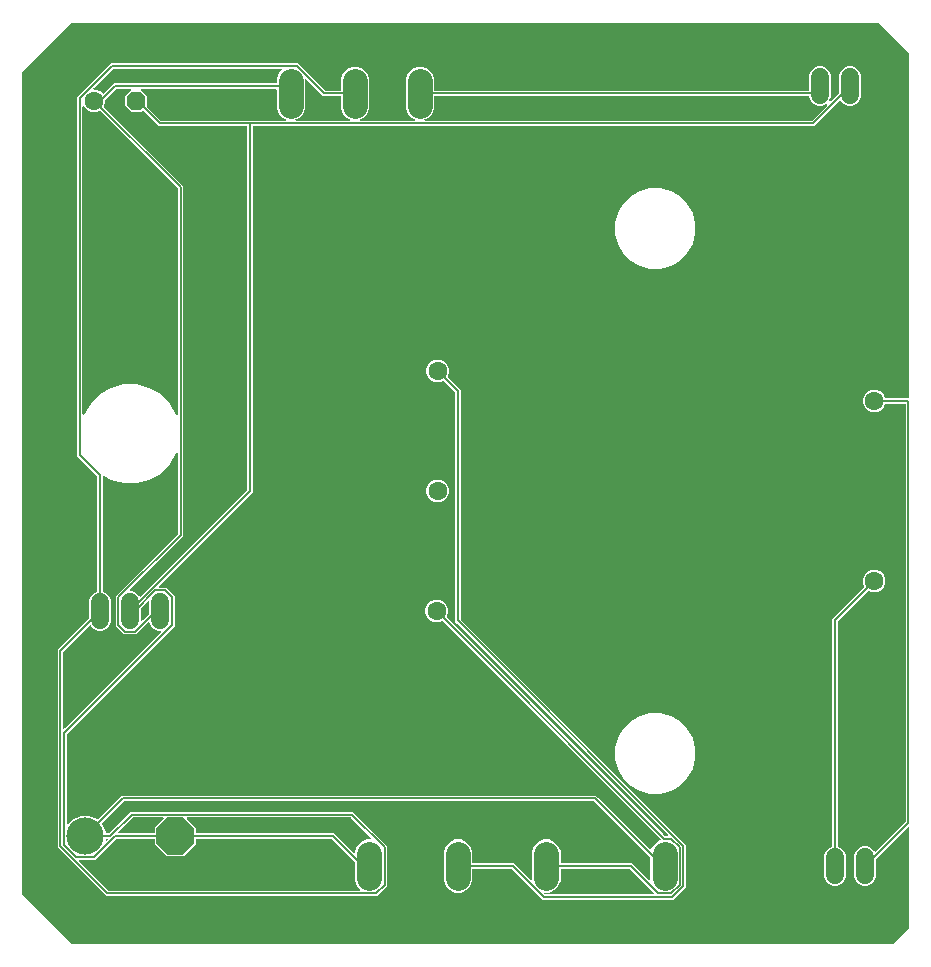
<source format=gbr>
G04 EAGLE Gerber RS-274X export*
G75*
%MOMM*%
%FSLAX34Y34*%
%LPD*%
%INBottom Copper*%
%IPPOS*%
%AMOC8*
5,1,8,0,0,1.08239X$1,22.5*%
G01*
%ADD10C,2.095500*%
%ADD11P,3.409096X8X22.500000*%
%ADD12C,3.149600*%
%ADD13P,1.732040X8X22.500000*%
%ADD14C,1.600200*%
%ADD15C,1.524000*%
%ADD16C,1.600000*%
%ADD17C,1.508000*%
%ADD18C,0.152400*%

G36*
X976212Y10175D02*
X976212Y10175D01*
X976303Y10183D01*
X976333Y10195D01*
X976365Y10200D01*
X976445Y10243D01*
X976529Y10279D01*
X976561Y10305D01*
X976582Y10316D01*
X976604Y10339D01*
X976660Y10384D01*
X989616Y23340D01*
X989660Y23401D01*
X989693Y23435D01*
X989699Y23448D01*
X989729Y23483D01*
X989741Y23513D01*
X989760Y23539D01*
X989787Y23626D01*
X989821Y23711D01*
X989825Y23752D01*
X989832Y23775D01*
X989831Y23807D01*
X989839Y23878D01*
X989839Y108468D01*
X989828Y108538D01*
X989826Y108610D01*
X989808Y108659D01*
X989800Y108710D01*
X989766Y108774D01*
X989741Y108841D01*
X989709Y108882D01*
X989684Y108928D01*
X989632Y108977D01*
X989588Y109033D01*
X989544Y109061D01*
X989506Y109097D01*
X989441Y109127D01*
X989381Y109166D01*
X989330Y109179D01*
X989283Y109201D01*
X989212Y109209D01*
X989142Y109226D01*
X989090Y109222D01*
X989039Y109228D01*
X988968Y109213D01*
X988897Y109207D01*
X988849Y109187D01*
X988798Y109176D01*
X988737Y109139D01*
X988671Y109111D01*
X988615Y109066D01*
X988587Y109049D01*
X988572Y109032D01*
X988540Y109006D01*
X961788Y82254D01*
X961746Y82195D01*
X961699Y82146D01*
X961691Y82129D01*
X961675Y82110D01*
X961663Y82080D01*
X961644Y82054D01*
X961620Y81976D01*
X961596Y81923D01*
X961594Y81909D01*
X961583Y81882D01*
X961579Y81841D01*
X961572Y81819D01*
X961573Y81787D01*
X961565Y81715D01*
X961565Y66857D01*
X960185Y63525D01*
X957635Y60975D01*
X954303Y59595D01*
X950697Y59595D01*
X947365Y60975D01*
X944815Y63525D01*
X943435Y66857D01*
X943435Y85543D01*
X944815Y88875D01*
X947365Y91425D01*
X950697Y92805D01*
X954303Y92805D01*
X957635Y91425D01*
X960185Y88875D01*
X960263Y88686D01*
X960287Y88647D01*
X960303Y88603D01*
X960352Y88543D01*
X960393Y88477D01*
X960428Y88447D01*
X960457Y88411D01*
X960522Y88369D01*
X960582Y88320D01*
X960625Y88303D01*
X960664Y88278D01*
X960739Y88259D01*
X960812Y88231D01*
X960858Y88230D01*
X960902Y88218D01*
X960980Y88224D01*
X961058Y88221D01*
X961102Y88234D01*
X961147Y88237D01*
X961219Y88268D01*
X961294Y88290D01*
X961332Y88316D01*
X961374Y88334D01*
X961481Y88419D01*
X961496Y88430D01*
X961499Y88434D01*
X961505Y88439D01*
X986568Y113502D01*
X986621Y113576D01*
X986681Y113646D01*
X986693Y113676D01*
X986712Y113702D01*
X986739Y113789D01*
X986773Y113874D01*
X986777Y113915D01*
X986784Y113937D01*
X986783Y113969D01*
X986791Y114041D01*
X986791Y466852D01*
X986788Y466872D01*
X986790Y466891D01*
X986768Y466993D01*
X986752Y467095D01*
X986742Y467112D01*
X986738Y467132D01*
X986685Y467221D01*
X986636Y467312D01*
X986622Y467326D01*
X986612Y467343D01*
X986533Y467410D01*
X986458Y467482D01*
X986440Y467490D01*
X986425Y467503D01*
X986329Y467542D01*
X986235Y467585D01*
X986215Y467587D01*
X986197Y467595D01*
X986030Y467613D01*
X970021Y467613D01*
X969906Y467594D01*
X969790Y467577D01*
X969784Y467575D01*
X969778Y467574D01*
X969676Y467519D01*
X969571Y467466D01*
X969566Y467461D01*
X969561Y467458D01*
X969481Y467374D01*
X969399Y467290D01*
X969395Y467284D01*
X969391Y467280D01*
X969384Y467263D01*
X969318Y467143D01*
X968225Y464505D01*
X965545Y461825D01*
X962045Y460375D01*
X958255Y460375D01*
X954755Y461825D01*
X952075Y464505D01*
X950625Y468005D01*
X950625Y471795D01*
X952075Y475295D01*
X954755Y477975D01*
X958255Y479425D01*
X962045Y479425D01*
X965545Y477975D01*
X968225Y475295D01*
X969318Y472657D01*
X969379Y472557D01*
X969439Y472457D01*
X969444Y472453D01*
X969447Y472448D01*
X969537Y472373D01*
X969626Y472297D01*
X969632Y472295D01*
X969637Y472291D01*
X969745Y472249D01*
X969854Y472205D01*
X969862Y472204D01*
X969866Y472203D01*
X969885Y472202D01*
X970021Y472187D01*
X989078Y472187D01*
X989098Y472190D01*
X989117Y472188D01*
X989219Y472210D01*
X989321Y472226D01*
X989338Y472236D01*
X989358Y472240D01*
X989447Y472293D01*
X989538Y472342D01*
X989552Y472356D01*
X989569Y472366D01*
X989636Y472445D01*
X989708Y472520D01*
X989716Y472538D01*
X989729Y472553D01*
X989768Y472649D01*
X989811Y472743D01*
X989813Y472763D01*
X989821Y472781D01*
X989839Y472948D01*
X989839Y763522D01*
X989825Y763612D01*
X989817Y763703D01*
X989805Y763733D01*
X989800Y763765D01*
X989757Y763845D01*
X989721Y763929D01*
X989695Y763961D01*
X989684Y763982D01*
X989661Y764004D01*
X989616Y764060D01*
X964060Y789616D01*
X963986Y789669D01*
X963917Y789729D01*
X963887Y789741D01*
X963861Y789760D01*
X963774Y789787D01*
X963689Y789821D01*
X963648Y789825D01*
X963625Y789832D01*
X963593Y789831D01*
X963522Y789839D01*
X281078Y789839D01*
X280988Y789825D01*
X280897Y789817D01*
X280867Y789805D01*
X280835Y789800D01*
X280755Y789757D01*
X280671Y789721D01*
X280639Y789695D01*
X280618Y789684D01*
X280596Y789661D01*
X280540Y789616D01*
X238984Y748060D01*
X238931Y747986D01*
X238871Y747917D01*
X238859Y747887D01*
X238840Y747861D01*
X238813Y747774D01*
X238779Y747689D01*
X238775Y747648D01*
X238768Y747625D01*
X238769Y747593D01*
X238761Y747522D01*
X238761Y52578D01*
X238775Y52488D01*
X238783Y52397D01*
X238795Y52367D01*
X238800Y52335D01*
X238843Y52255D01*
X238879Y52171D01*
X238905Y52139D01*
X238916Y52118D01*
X238939Y52096D01*
X238984Y52040D01*
X280640Y10384D01*
X280714Y10331D01*
X280783Y10271D01*
X280813Y10259D01*
X280839Y10240D01*
X280926Y10213D01*
X281011Y10179D01*
X281052Y10175D01*
X281075Y10168D01*
X281107Y10169D01*
X281178Y10161D01*
X976122Y10161D01*
X976212Y10175D01*
G37*
%LPC*%
G36*
X679438Y47624D02*
X679438Y47624D01*
X653372Y73690D01*
X653298Y73743D01*
X653228Y73803D01*
X653198Y73815D01*
X653172Y73834D01*
X653085Y73861D01*
X653000Y73895D01*
X652959Y73899D01*
X652937Y73906D01*
X652905Y73905D01*
X652834Y73913D01*
X620457Y73913D01*
X620438Y73910D01*
X620418Y73912D01*
X620317Y73890D01*
X620215Y73874D01*
X620197Y73864D01*
X620178Y73860D01*
X620089Y73807D01*
X619997Y73758D01*
X619984Y73744D01*
X619967Y73734D01*
X619899Y73655D01*
X619828Y73580D01*
X619820Y73562D01*
X619807Y73547D01*
X619768Y73451D01*
X619724Y73357D01*
X619722Y73337D01*
X619715Y73319D01*
X619696Y73152D01*
X619696Y63335D01*
X617869Y58924D01*
X614493Y55548D01*
X610081Y53720D01*
X605307Y53720D01*
X600895Y55548D01*
X597519Y58924D01*
X595692Y63335D01*
X595692Y89065D01*
X597519Y93476D01*
X600895Y96852D01*
X605307Y98680D01*
X610081Y98680D01*
X614493Y96852D01*
X617869Y93476D01*
X619696Y89065D01*
X619696Y79248D01*
X619699Y79228D01*
X619697Y79209D01*
X619719Y79107D01*
X619736Y79005D01*
X619745Y78988D01*
X619750Y78968D01*
X619803Y78879D01*
X619851Y78788D01*
X619865Y78774D01*
X619876Y78757D01*
X619954Y78690D01*
X620029Y78618D01*
X620047Y78610D01*
X620063Y78597D01*
X620159Y78558D01*
X620252Y78515D01*
X620272Y78513D01*
X620291Y78505D01*
X620457Y78487D01*
X655043Y78487D01*
X669322Y64208D01*
X669380Y64166D01*
X669432Y64117D01*
X669480Y64095D01*
X669522Y64064D01*
X669590Y64043D01*
X669656Y64013D01*
X669707Y64007D01*
X669757Y63992D01*
X669829Y63994D01*
X669900Y63986D01*
X669951Y63997D01*
X670003Y63998D01*
X670070Y64023D01*
X670140Y64038D01*
X670185Y64065D01*
X670234Y64083D01*
X670290Y64128D01*
X670351Y64164D01*
X670385Y64204D01*
X670426Y64236D01*
X670465Y64297D01*
X670511Y64351D01*
X670531Y64400D01*
X670559Y64443D01*
X670576Y64513D01*
X670603Y64579D01*
X670611Y64651D01*
X670619Y64682D01*
X670617Y64705D01*
X670622Y64746D01*
X670622Y89065D01*
X672449Y93476D01*
X675825Y96852D01*
X680237Y98680D01*
X685011Y98680D01*
X689423Y96852D01*
X692799Y93476D01*
X694626Y89065D01*
X694626Y79248D01*
X694629Y79228D01*
X694627Y79209D01*
X694649Y79107D01*
X694666Y79005D01*
X694675Y78988D01*
X694680Y78968D01*
X694733Y78879D01*
X694781Y78788D01*
X694795Y78774D01*
X694806Y78757D01*
X694884Y78690D01*
X694959Y78618D01*
X694977Y78610D01*
X694993Y78597D01*
X695089Y78558D01*
X695182Y78515D01*
X695202Y78513D01*
X695221Y78505D01*
X695387Y78487D01*
X755119Y78487D01*
X769398Y64208D01*
X769456Y64166D01*
X769508Y64117D01*
X769556Y64095D01*
X769598Y64064D01*
X769666Y64043D01*
X769732Y64013D01*
X769783Y64007D01*
X769833Y63992D01*
X769905Y63994D01*
X769976Y63986D01*
X770027Y63997D01*
X770079Y63998D01*
X770146Y64023D01*
X770216Y64038D01*
X770261Y64065D01*
X770310Y64083D01*
X770366Y64128D01*
X770427Y64164D01*
X770461Y64204D01*
X770502Y64236D01*
X770541Y64297D01*
X770587Y64351D01*
X770607Y64400D01*
X770635Y64443D01*
X770652Y64513D01*
X770679Y64579D01*
X770687Y64651D01*
X770695Y64682D01*
X770693Y64705D01*
X770698Y64746D01*
X770698Y83003D01*
X770683Y83093D01*
X770676Y83184D01*
X770663Y83214D01*
X770658Y83246D01*
X770615Y83326D01*
X770580Y83410D01*
X770554Y83442D01*
X770543Y83463D01*
X770520Y83485D01*
X770475Y83541D01*
X723176Y130840D01*
X723102Y130893D01*
X723032Y130953D01*
X723002Y130965D01*
X722976Y130984D01*
X722889Y131011D01*
X722804Y131045D01*
X722763Y131049D01*
X722741Y131056D01*
X722709Y131055D01*
X722637Y131063D01*
X325113Y131063D01*
X325022Y131049D01*
X324932Y131041D01*
X324902Y131029D01*
X324870Y131024D01*
X324789Y130981D01*
X324705Y130945D01*
X324673Y130919D01*
X324652Y130908D01*
X324630Y130885D01*
X324574Y130840D01*
X306469Y112735D01*
X306457Y112719D01*
X306442Y112706D01*
X306386Y112619D01*
X306325Y112535D01*
X306320Y112516D01*
X306309Y112499D01*
X306283Y112399D01*
X306253Y112300D01*
X306254Y112280D01*
X306249Y112261D01*
X306257Y112158D01*
X306259Y112054D01*
X306266Y112035D01*
X306268Y112016D01*
X306308Y111921D01*
X306344Y111823D01*
X306356Y111808D01*
X306364Y111789D01*
X306469Y111658D01*
X306743Y111384D01*
X309373Y105036D01*
X309373Y104648D01*
X309376Y104628D01*
X309374Y104609D01*
X309396Y104507D01*
X309412Y104405D01*
X309422Y104388D01*
X309426Y104368D01*
X309479Y104279D01*
X309528Y104188D01*
X309542Y104174D01*
X309552Y104157D01*
X309631Y104090D01*
X309706Y104018D01*
X309724Y104010D01*
X309739Y103997D01*
X309835Y103958D01*
X309929Y103915D01*
X309949Y103913D01*
X309967Y103905D01*
X310134Y103887D01*
X312031Y103887D01*
X312121Y103901D01*
X312212Y103909D01*
X312242Y103921D01*
X312274Y103926D01*
X312354Y103969D01*
X312438Y104005D01*
X312470Y104031D01*
X312491Y104042D01*
X312513Y104065D01*
X312569Y104110D01*
X330380Y121921D01*
X518805Y121921D01*
X547814Y92912D01*
X547814Y59488D01*
X538998Y50672D01*
X309979Y50672D01*
X268731Y91920D01*
X268731Y259265D01*
X295432Y285966D01*
X295476Y286027D01*
X295513Y286066D01*
X295520Y286081D01*
X295545Y286110D01*
X295557Y286140D01*
X295576Y286166D01*
X295603Y286253D01*
X295637Y286338D01*
X295641Y286379D01*
X295648Y286401D01*
X295647Y286433D01*
X295655Y286505D01*
X295655Y301539D01*
X297047Y304900D01*
X299620Y307473D01*
X302043Y308476D01*
X302143Y308538D01*
X302243Y308598D01*
X302247Y308603D01*
X302252Y308606D01*
X302327Y308696D01*
X302403Y308785D01*
X302405Y308791D01*
X302409Y308795D01*
X302451Y308903D01*
X302495Y309013D01*
X302496Y309020D01*
X302497Y309025D01*
X302498Y309043D01*
X302513Y309180D01*
X302513Y405750D01*
X302499Y405840D01*
X302491Y405931D01*
X302479Y405961D01*
X302474Y405993D01*
X302431Y406074D01*
X302395Y406157D01*
X302369Y406190D01*
X302358Y406210D01*
X302335Y406232D01*
X302290Y406288D01*
X285241Y423337D01*
X285241Y727203D01*
X313816Y755778D01*
X472324Y755778D01*
X495342Y732760D01*
X495416Y732707D01*
X495486Y732647D01*
X495516Y732635D01*
X495542Y732616D01*
X495629Y732589D01*
X495714Y732555D01*
X495755Y732551D01*
X495777Y732544D01*
X495809Y732545D01*
X495880Y732537D01*
X507937Y732537D01*
X507956Y732540D01*
X507976Y732538D01*
X508077Y732560D01*
X508179Y732576D01*
X508197Y732586D01*
X508216Y732590D01*
X508305Y732643D01*
X508397Y732692D01*
X508410Y732706D01*
X508427Y732716D01*
X508495Y732795D01*
X508566Y732870D01*
X508574Y732888D01*
X508587Y732903D01*
X508626Y732999D01*
X508670Y733093D01*
X508672Y733113D01*
X508679Y733131D01*
X508698Y733298D01*
X508698Y743115D01*
X510525Y747526D01*
X513901Y750902D01*
X518313Y752730D01*
X523087Y752730D01*
X527499Y750902D01*
X530875Y747526D01*
X532702Y743115D01*
X532702Y717385D01*
X530875Y712974D01*
X527499Y709598D01*
X525094Y708601D01*
X525011Y708550D01*
X524925Y708504D01*
X524907Y708486D01*
X524885Y708472D01*
X524822Y708396D01*
X524755Y708326D01*
X524744Y708302D01*
X524728Y708282D01*
X524693Y708191D01*
X524652Y708103D01*
X524649Y708077D01*
X524640Y708053D01*
X524635Y707955D01*
X524625Y707859D01*
X524630Y707833D01*
X524629Y707807D01*
X524656Y707713D01*
X524677Y707618D01*
X524690Y707596D01*
X524698Y707571D01*
X524753Y707491D01*
X524803Y707407D01*
X524823Y707390D01*
X524838Y707369D01*
X524916Y707310D01*
X524990Y707247D01*
X525014Y707237D01*
X525035Y707222D01*
X525128Y707192D01*
X525218Y707155D01*
X525251Y707152D01*
X525269Y707146D01*
X525302Y707146D01*
X525385Y707137D01*
X570625Y707137D01*
X570721Y707152D01*
X570818Y707162D01*
X570842Y707172D01*
X570868Y707176D01*
X570954Y707222D01*
X571043Y707262D01*
X571062Y707279D01*
X571085Y707292D01*
X571152Y707362D01*
X571224Y707428D01*
X571237Y707451D01*
X571255Y707470D01*
X571296Y707558D01*
X571343Y707644D01*
X571347Y707669D01*
X571358Y707693D01*
X571369Y707790D01*
X571386Y707886D01*
X571382Y707912D01*
X571385Y707937D01*
X571365Y708033D01*
X571350Y708129D01*
X571339Y708152D01*
X571333Y708178D01*
X571283Y708261D01*
X571239Y708348D01*
X571220Y708367D01*
X571207Y708389D01*
X571133Y708452D01*
X571063Y708520D01*
X571035Y708536D01*
X571020Y708549D01*
X570989Y708561D01*
X570916Y708601D01*
X568511Y709598D01*
X565135Y712974D01*
X563308Y717385D01*
X563308Y743115D01*
X565135Y747526D01*
X568511Y750902D01*
X572923Y752730D01*
X577697Y752730D01*
X582109Y750902D01*
X585485Y747526D01*
X587312Y743115D01*
X587312Y733298D01*
X587315Y733278D01*
X587313Y733259D01*
X587335Y733157D01*
X587352Y733055D01*
X587361Y733038D01*
X587366Y733018D01*
X587419Y732929D01*
X587467Y732838D01*
X587481Y732824D01*
X587492Y732807D01*
X587570Y732740D01*
X587645Y732668D01*
X587663Y732660D01*
X587679Y732647D01*
X587775Y732608D01*
X587868Y732565D01*
X587888Y732563D01*
X587907Y732555D01*
X588073Y732537D01*
X904574Y732537D01*
X904594Y732540D01*
X904613Y732538D01*
X904715Y732560D01*
X904817Y732576D01*
X904834Y732586D01*
X904854Y732590D01*
X904943Y732643D01*
X905034Y732692D01*
X905048Y732706D01*
X905065Y732716D01*
X905132Y732795D01*
X905204Y732870D01*
X905212Y732888D01*
X905225Y732903D01*
X905264Y732999D01*
X905307Y733093D01*
X905309Y733113D01*
X905317Y733131D01*
X905335Y733298D01*
X905335Y745943D01*
X906715Y749275D01*
X909265Y751825D01*
X912597Y753205D01*
X916203Y753205D01*
X919535Y751825D01*
X922085Y749275D01*
X923465Y745943D01*
X923465Y727257D01*
X922272Y724377D01*
X922250Y724282D01*
X922221Y724189D01*
X922222Y724163D01*
X922216Y724137D01*
X922225Y724041D01*
X922227Y723943D01*
X922236Y723919D01*
X922239Y723893D01*
X922278Y723804D01*
X922312Y723712D01*
X922328Y723692D01*
X922339Y723668D01*
X922405Y723596D01*
X922465Y723520D01*
X922487Y723506D01*
X922505Y723487D01*
X922590Y723440D01*
X922672Y723387D01*
X922698Y723381D01*
X922721Y723368D01*
X922817Y723351D01*
X922911Y723327D01*
X922937Y723329D01*
X922963Y723324D01*
X923059Y723339D01*
X923156Y723346D01*
X923180Y723356D01*
X923206Y723360D01*
X923293Y723404D01*
X923382Y723442D01*
X923408Y723463D01*
X923425Y723472D01*
X923449Y723495D01*
X923513Y723547D01*
X930512Y730546D01*
X930557Y730609D01*
X930584Y730636D01*
X930588Y730647D01*
X930625Y730690D01*
X930637Y730720D01*
X930656Y730746D01*
X930683Y730833D01*
X930717Y730918D01*
X930721Y730959D01*
X930728Y730981D01*
X930727Y731013D01*
X930735Y731084D01*
X930735Y745943D01*
X932115Y749275D01*
X934665Y751825D01*
X937997Y753205D01*
X941603Y753205D01*
X944935Y751825D01*
X947485Y749275D01*
X948865Y745943D01*
X948865Y727257D01*
X947485Y723925D01*
X944935Y721375D01*
X941603Y719995D01*
X937997Y719995D01*
X934665Y721375D01*
X932115Y723925D01*
X932037Y724114D01*
X932013Y724153D01*
X931997Y724197D01*
X931948Y724257D01*
X931907Y724323D01*
X931872Y724353D01*
X931843Y724389D01*
X931778Y724431D01*
X931718Y724480D01*
X931675Y724497D01*
X931636Y724522D01*
X931561Y724541D01*
X931488Y724569D01*
X931442Y724570D01*
X931398Y724582D01*
X931320Y724576D01*
X931242Y724579D01*
X931198Y724566D01*
X931153Y724563D01*
X931081Y724532D01*
X931006Y724510D01*
X930968Y724484D01*
X930926Y724466D01*
X930819Y724381D01*
X930804Y724370D01*
X930801Y724366D01*
X930795Y724361D01*
X910560Y704126D01*
X908997Y702563D01*
X434848Y702563D01*
X434828Y702560D01*
X434809Y702562D01*
X434707Y702540D01*
X434605Y702524D01*
X434588Y702514D01*
X434568Y702510D01*
X434479Y702457D01*
X434388Y702408D01*
X434374Y702394D01*
X434357Y702384D01*
X434290Y702305D01*
X434218Y702230D01*
X434210Y702212D01*
X434197Y702197D01*
X434158Y702101D01*
X434115Y702007D01*
X434113Y701987D01*
X434105Y701969D01*
X434087Y701802D01*
X434087Y392753D01*
X432524Y391190D01*
X354546Y313212D01*
X354504Y313154D01*
X354455Y313102D01*
X354433Y313055D01*
X354403Y313013D01*
X354382Y312944D01*
X354351Y312879D01*
X354346Y312827D01*
X354330Y312777D01*
X354332Y312706D01*
X354324Y312635D01*
X354335Y312584D01*
X354337Y312532D01*
X354361Y312464D01*
X354376Y312394D01*
X354403Y312350D01*
X354421Y312301D01*
X354466Y312245D01*
X354503Y312183D01*
X354542Y312149D01*
X354575Y312109D01*
X354635Y312070D01*
X354690Y312023D01*
X354738Y312004D01*
X354782Y311976D01*
X354851Y311958D01*
X354918Y311931D01*
X354989Y311923D01*
X355020Y311915D01*
X355044Y311917D01*
X355084Y311913D01*
X360650Y311913D01*
X367793Y304770D01*
X367793Y279430D01*
X276576Y188213D01*
X276522Y188138D01*
X276463Y188069D01*
X276451Y188039D01*
X276432Y188013D01*
X276405Y187926D01*
X276371Y187841D01*
X276367Y187800D01*
X276360Y187778D01*
X276361Y187746D01*
X276353Y187674D01*
X276353Y112118D01*
X276364Y112047D01*
X276366Y111975D01*
X276384Y111926D01*
X276392Y111875D01*
X276426Y111812D01*
X276451Y111744D01*
X276483Y111704D01*
X276508Y111658D01*
X276560Y111608D01*
X276604Y111552D01*
X276648Y111524D01*
X276686Y111488D01*
X276751Y111458D01*
X276811Y111419D01*
X276862Y111407D01*
X276909Y111385D01*
X276980Y111377D01*
X277050Y111359D01*
X277102Y111363D01*
X277153Y111358D01*
X277224Y111373D01*
X277295Y111378D01*
X277343Y111399D01*
X277394Y111410D01*
X277455Y111447D01*
X277521Y111475D01*
X277577Y111520D01*
X277605Y111536D01*
X277620Y111554D01*
X277652Y111580D01*
X282316Y116243D01*
X288664Y118873D01*
X295536Y118873D01*
X301884Y116243D01*
X302158Y115969D01*
X302175Y115957D01*
X302187Y115942D01*
X302274Y115886D01*
X302358Y115825D01*
X302377Y115820D01*
X302394Y115809D01*
X302494Y115783D01*
X302593Y115753D01*
X302613Y115754D01*
X302632Y115749D01*
X302735Y115757D01*
X302839Y115759D01*
X302858Y115766D01*
X302878Y115768D01*
X302973Y115808D01*
X303070Y115844D01*
X303086Y115856D01*
X303104Y115864D01*
X303235Y115969D01*
X322903Y135637D01*
X724847Y135637D01*
X726410Y134074D01*
X770103Y90380D01*
X770141Y90354D01*
X770172Y90320D01*
X770240Y90282D01*
X770303Y90237D01*
X770347Y90223D01*
X770387Y90201D01*
X770464Y90187D01*
X770538Y90165D01*
X770584Y90166D01*
X770629Y90158D01*
X770706Y90169D01*
X770784Y90171D01*
X770827Y90187D01*
X770873Y90193D01*
X770942Y90229D01*
X771015Y90255D01*
X771051Y90284D01*
X771092Y90305D01*
X771146Y90360D01*
X771207Y90409D01*
X771232Y90448D01*
X771264Y90480D01*
X771330Y90600D01*
X771340Y90616D01*
X771341Y90621D01*
X771345Y90627D01*
X772525Y93476D01*
X775901Y96852D01*
X778994Y98134D01*
X779033Y98158D01*
X779076Y98173D01*
X779137Y98222D01*
X779203Y98263D01*
X779232Y98299D01*
X779268Y98327D01*
X779310Y98393D01*
X779360Y98453D01*
X779376Y98495D01*
X779401Y98534D01*
X779420Y98610D01*
X779448Y98682D01*
X779450Y98728D01*
X779461Y98773D01*
X779455Y98850D01*
X779458Y98928D01*
X779446Y98972D01*
X779442Y99018D01*
X779412Y99089D01*
X779390Y99164D01*
X779364Y99202D01*
X779346Y99244D01*
X779260Y99351D01*
X779250Y99366D01*
X779246Y99369D01*
X779241Y99375D01*
X595113Y283503D01*
X595019Y283571D01*
X594924Y283641D01*
X594918Y283643D01*
X594913Y283647D01*
X594802Y283681D01*
X594690Y283717D01*
X594684Y283717D01*
X594678Y283719D01*
X594561Y283716D01*
X594444Y283715D01*
X594437Y283713D01*
X594432Y283713D01*
X594415Y283706D01*
X594283Y283668D01*
X591645Y282575D01*
X587855Y282575D01*
X584355Y284025D01*
X581675Y286705D01*
X580225Y290205D01*
X580225Y293995D01*
X581675Y297495D01*
X584355Y300175D01*
X587855Y301625D01*
X591645Y301625D01*
X595145Y300175D01*
X597825Y297495D01*
X599275Y293995D01*
X599275Y290205D01*
X598182Y287567D01*
X598155Y287453D01*
X598127Y287340D01*
X598127Y287333D01*
X598126Y287327D01*
X598137Y287211D01*
X598146Y287094D01*
X598148Y287089D01*
X598149Y287082D01*
X598197Y286975D01*
X598242Y286868D01*
X598247Y286862D01*
X598249Y286858D01*
X598261Y286844D01*
X598318Y286773D01*
X598323Y286765D01*
X598328Y286760D01*
X598347Y286737D01*
X783133Y101951D01*
X783207Y101898D01*
X783277Y101838D01*
X783307Y101826D01*
X783333Y101807D01*
X783420Y101780D01*
X783505Y101746D01*
X783546Y101742D01*
X783568Y101735D01*
X783600Y101736D01*
X783672Y101728D01*
X784939Y101728D01*
X785010Y101739D01*
X785081Y101741D01*
X785130Y101759D01*
X785182Y101767D01*
X785245Y101801D01*
X785312Y101826D01*
X785353Y101858D01*
X785399Y101883D01*
X785448Y101935D01*
X785504Y101979D01*
X785533Y102023D01*
X785568Y102061D01*
X785599Y102126D01*
X785637Y102186D01*
X785650Y102237D01*
X785672Y102284D01*
X785680Y102355D01*
X785698Y102425D01*
X785693Y102477D01*
X785699Y102528D01*
X785684Y102599D01*
X785678Y102670D01*
X785658Y102718D01*
X785647Y102769D01*
X785610Y102830D01*
X785582Y102896D01*
X785537Y102952D01*
X785521Y102980D01*
X785503Y102995D01*
X785477Y103027D01*
X605407Y283097D01*
X605407Y476893D01*
X605393Y476984D01*
X605385Y477074D01*
X605373Y477104D01*
X605368Y477136D01*
X605325Y477217D01*
X605289Y477301D01*
X605263Y477333D01*
X605252Y477354D01*
X605229Y477376D01*
X605184Y477432D01*
X595913Y486703D01*
X595818Y486771D01*
X595724Y486841D01*
X595718Y486843D01*
X595713Y486847D01*
X595602Y486881D01*
X595490Y486917D01*
X595484Y486917D01*
X595478Y486919D01*
X595361Y486916D01*
X595244Y486915D01*
X595237Y486913D01*
X595232Y486913D01*
X595215Y486906D01*
X595083Y486868D01*
X592445Y485775D01*
X588655Y485775D01*
X585155Y487225D01*
X582475Y489905D01*
X581025Y493405D01*
X581025Y497195D01*
X582475Y500695D01*
X585155Y503375D01*
X588655Y504825D01*
X592445Y504825D01*
X595945Y503375D01*
X598625Y500695D01*
X600075Y497195D01*
X600075Y493405D01*
X598982Y490767D01*
X598973Y490730D01*
X598966Y490714D01*
X598963Y490686D01*
X598955Y490653D01*
X598927Y490540D01*
X598927Y490533D01*
X598926Y490527D01*
X598937Y490411D01*
X598946Y490294D01*
X598948Y490289D01*
X598949Y490282D01*
X598997Y490175D01*
X599042Y490068D01*
X599047Y490062D01*
X599049Y490058D01*
X599061Y490044D01*
X599147Y489937D01*
X608418Y480666D01*
X609981Y479103D01*
X609981Y285307D01*
X609995Y285217D01*
X610003Y285126D01*
X610015Y285096D01*
X610020Y285064D01*
X610063Y284984D01*
X610099Y284900D01*
X610125Y284868D01*
X610136Y284847D01*
X610159Y284825D01*
X610204Y284769D01*
X800798Y94174D01*
X800798Y58226D01*
X799236Y56663D01*
X791759Y49187D01*
X790197Y47624D01*
X679438Y47624D01*
G37*
%LPD*%
G36*
X338764Y304209D02*
X338764Y304209D01*
X338842Y304206D01*
X338886Y304219D01*
X338932Y304222D01*
X339004Y304253D01*
X339078Y304274D01*
X339116Y304300D01*
X339158Y304318D01*
X339265Y304404D01*
X339280Y304415D01*
X339283Y304419D01*
X339289Y304423D01*
X429290Y394424D01*
X429343Y394498D01*
X429403Y394568D01*
X429415Y394598D01*
X429434Y394624D01*
X429461Y394711D01*
X429495Y394796D01*
X429499Y394837D01*
X429506Y394859D01*
X429505Y394891D01*
X429513Y394963D01*
X429513Y701802D01*
X429510Y701822D01*
X429512Y701841D01*
X429490Y701943D01*
X429474Y702045D01*
X429464Y702062D01*
X429460Y702082D01*
X429407Y702171D01*
X429358Y702262D01*
X429344Y702276D01*
X429334Y702293D01*
X429255Y702360D01*
X429180Y702432D01*
X429162Y702440D01*
X429147Y702453D01*
X429051Y702492D01*
X428957Y702535D01*
X428937Y702537D01*
X428919Y702545D01*
X428752Y702563D01*
X354653Y702563D01*
X341572Y715644D01*
X341556Y715656D01*
X341543Y715671D01*
X341464Y715722D01*
X341456Y715729D01*
X341451Y715731D01*
X341372Y715788D01*
X341353Y715793D01*
X341337Y715804D01*
X341236Y715830D01*
X341137Y715860D01*
X341117Y715859D01*
X341098Y715864D01*
X340995Y715856D01*
X340891Y715854D01*
X340873Y715847D01*
X340853Y715845D01*
X340758Y715805D01*
X340660Y715769D01*
X340645Y715757D01*
X340626Y715749D01*
X340547Y715685D01*
X340546Y715685D01*
X340546Y715684D01*
X340495Y715644D01*
X339226Y714374D01*
X331334Y714374D01*
X325754Y719954D01*
X325754Y727846D01*
X330922Y733014D01*
X330964Y733072D01*
X331014Y733124D01*
X331035Y733171D01*
X331066Y733213D01*
X331087Y733282D01*
X331117Y733347D01*
X331123Y733399D01*
X331138Y733449D01*
X331136Y733520D01*
X331144Y733591D01*
X331133Y733642D01*
X331132Y733694D01*
X331107Y733762D01*
X331092Y733832D01*
X331065Y733877D01*
X331047Y733925D01*
X331003Y733981D01*
X330966Y734043D01*
X330926Y734077D01*
X330894Y734117D01*
X330833Y734156D01*
X330779Y734203D01*
X330731Y734222D01*
X330687Y734250D01*
X330617Y734268D01*
X330551Y734295D01*
X330479Y734303D01*
X330448Y734311D01*
X330425Y734309D01*
X330384Y734313D01*
X318763Y734313D01*
X318672Y734299D01*
X318582Y734291D01*
X318552Y734279D01*
X318520Y734274D01*
X318439Y734231D01*
X318355Y734195D01*
X318323Y734169D01*
X318302Y734158D01*
X318280Y734135D01*
X318224Y734090D01*
X309469Y725335D01*
X309416Y725261D01*
X309356Y725191D01*
X309344Y725161D01*
X309325Y725135D01*
X309298Y725048D01*
X309264Y724963D01*
X309260Y724922D01*
X309253Y724900D01*
X309254Y724868D01*
X309246Y724796D01*
X309246Y722005D01*
X308153Y719366D01*
X308126Y719252D01*
X308097Y719139D01*
X308098Y719133D01*
X308096Y719127D01*
X308107Y719009D01*
X308116Y718894D01*
X308119Y718888D01*
X308119Y718882D01*
X308167Y718774D01*
X308213Y718667D01*
X308217Y718662D01*
X308219Y718657D01*
X308232Y718643D01*
X308318Y718536D01*
X375159Y651695D01*
X375159Y355454D01*
X373596Y353892D01*
X329869Y310164D01*
X329827Y310106D01*
X329778Y310054D01*
X329756Y310007D01*
X329725Y309965D01*
X329704Y309896D01*
X329674Y309831D01*
X329668Y309779D01*
X329653Y309729D01*
X329655Y309658D01*
X329647Y309587D01*
X329658Y309536D01*
X329659Y309484D01*
X329684Y309416D01*
X329699Y309346D01*
X329726Y309301D01*
X329744Y309253D01*
X329789Y309197D01*
X329825Y309135D01*
X329865Y309101D01*
X329898Y309061D01*
X329958Y309022D01*
X330012Y308975D01*
X330061Y308956D01*
X330104Y308928D01*
X330174Y308910D01*
X330240Y308883D01*
X330312Y308875D01*
X330343Y308867D01*
X330366Y308869D01*
X330407Y308865D01*
X332019Y308865D01*
X335380Y307473D01*
X337953Y304900D01*
X338048Y304670D01*
X338072Y304631D01*
X338088Y304588D01*
X338136Y304527D01*
X338177Y304461D01*
X338213Y304432D01*
X338241Y304396D01*
X338307Y304354D01*
X338367Y304304D01*
X338410Y304288D01*
X338448Y304263D01*
X338524Y304244D01*
X338596Y304216D01*
X338642Y304214D01*
X338687Y304203D01*
X338764Y304209D01*
G37*
G36*
X369938Y457929D02*
X369938Y457929D01*
X370013Y457936D01*
X370057Y457955D01*
X370104Y457965D01*
X370169Y458004D01*
X370238Y458034D01*
X370274Y458067D01*
X370315Y458091D01*
X370364Y458149D01*
X370420Y458200D01*
X370444Y458242D01*
X370475Y458278D01*
X370503Y458349D01*
X370540Y458415D01*
X370549Y458462D01*
X370567Y458506D01*
X370581Y458635D01*
X370585Y458657D01*
X370584Y458663D01*
X370585Y458673D01*
X370585Y649485D01*
X370571Y649576D01*
X370563Y649666D01*
X370551Y649696D01*
X370546Y649728D01*
X370503Y649809D01*
X370467Y649893D01*
X370441Y649925D01*
X370430Y649946D01*
X370407Y649968D01*
X370362Y650024D01*
X305084Y715302D01*
X304990Y715370D01*
X304895Y715440D01*
X304889Y715442D01*
X304884Y715446D01*
X304773Y715480D01*
X304661Y715517D01*
X304655Y715517D01*
X304649Y715518D01*
X304532Y715515D01*
X304415Y715514D01*
X304408Y715512D01*
X304403Y715512D01*
X304385Y715506D01*
X304254Y715467D01*
X301615Y714374D01*
X297825Y714374D01*
X294324Y715824D01*
X291644Y718504D01*
X291279Y719386D01*
X291228Y719469D01*
X291182Y719555D01*
X291164Y719573D01*
X291150Y719595D01*
X291074Y719657D01*
X291004Y719724D01*
X290980Y719735D01*
X290960Y719752D01*
X290869Y719787D01*
X290781Y719828D01*
X290755Y719830D01*
X290731Y719840D01*
X290633Y719844D01*
X290537Y719855D01*
X290511Y719849D01*
X290485Y719850D01*
X290391Y719823D01*
X290296Y719802D01*
X290274Y719789D01*
X290249Y719782D01*
X290169Y719726D01*
X290085Y719676D01*
X290068Y719656D01*
X290047Y719641D01*
X289988Y719563D01*
X289925Y719489D01*
X289915Y719465D01*
X289900Y719444D01*
X289870Y719352D01*
X289833Y719261D01*
X289830Y719229D01*
X289824Y719210D01*
X289824Y719177D01*
X289815Y719094D01*
X289815Y458673D01*
X289822Y458626D01*
X289821Y458578D01*
X289842Y458505D01*
X289854Y458430D01*
X289877Y458388D01*
X289891Y458342D01*
X289934Y458280D01*
X289970Y458213D01*
X290004Y458180D01*
X290032Y458141D01*
X290093Y458096D01*
X290148Y458044D01*
X290191Y458023D01*
X290230Y457995D01*
X290302Y457972D01*
X290371Y457940D01*
X290419Y457935D01*
X290464Y457920D01*
X290540Y457921D01*
X290615Y457913D01*
X290662Y457923D01*
X290710Y457924D01*
X290782Y457949D01*
X290856Y457965D01*
X290897Y457990D01*
X290942Y458006D01*
X291002Y458052D01*
X291067Y458091D01*
X291098Y458128D01*
X291136Y458157D01*
X291212Y458261D01*
X291227Y458278D01*
X291229Y458284D01*
X291235Y458292D01*
X296663Y467694D01*
X304466Y475497D01*
X314023Y481015D01*
X324682Y483871D01*
X335718Y483871D01*
X346377Y481015D01*
X355934Y475497D01*
X363737Y467694D01*
X369165Y458292D01*
X369195Y458255D01*
X369218Y458213D01*
X369273Y458161D01*
X369321Y458102D01*
X369361Y458077D01*
X369396Y458044D01*
X369465Y458012D01*
X369529Y457971D01*
X369576Y457960D01*
X369619Y457940D01*
X369694Y457932D01*
X369768Y457914D01*
X369816Y457918D01*
X369863Y457913D01*
X369938Y457929D01*
G37*
G36*
X524500Y55257D02*
X524500Y55257D01*
X524572Y55259D01*
X524621Y55277D01*
X524672Y55285D01*
X524735Y55319D01*
X524803Y55344D01*
X524843Y55376D01*
X524889Y55401D01*
X524939Y55453D01*
X524995Y55497D01*
X525023Y55541D01*
X525059Y55579D01*
X525089Y55644D01*
X525128Y55704D01*
X525140Y55755D01*
X525162Y55802D01*
X525170Y55873D01*
X525188Y55943D01*
X525184Y55995D01*
X525189Y56046D01*
X525174Y56117D01*
X525169Y56188D01*
X525148Y56236D01*
X525137Y56287D01*
X525100Y56348D01*
X525072Y56414D01*
X525028Y56470D01*
X525011Y56498D01*
X524993Y56513D01*
X524968Y56545D01*
X522589Y58924D01*
X520762Y63335D01*
X520762Y78939D01*
X520747Y79029D01*
X520740Y79120D01*
X520727Y79150D01*
X520722Y79182D01*
X520679Y79262D01*
X520644Y79346D01*
X520618Y79378D01*
X520607Y79399D01*
X520584Y79421D01*
X520539Y79477D01*
X500926Y99090D01*
X500852Y99143D01*
X500782Y99203D01*
X500752Y99215D01*
X500726Y99234D01*
X500639Y99261D01*
X500554Y99295D01*
X500513Y99299D01*
X500491Y99306D01*
X500459Y99305D01*
X500388Y99313D01*
X386334Y99313D01*
X386314Y99310D01*
X386295Y99312D01*
X386193Y99290D01*
X386091Y99274D01*
X386074Y99264D01*
X386054Y99260D01*
X385965Y99207D01*
X385874Y99158D01*
X385860Y99144D01*
X385843Y99134D01*
X385776Y99055D01*
X385704Y98980D01*
X385696Y98962D01*
X385683Y98947D01*
X385644Y98851D01*
X385601Y98757D01*
X385599Y98737D01*
X385591Y98719D01*
X385573Y98552D01*
X385573Y94445D01*
X375455Y84327D01*
X361145Y84327D01*
X351027Y94445D01*
X351027Y98552D01*
X351024Y98572D01*
X351026Y98591D01*
X351004Y98693D01*
X350988Y98795D01*
X350978Y98812D01*
X350974Y98832D01*
X350921Y98921D01*
X350872Y99012D01*
X350858Y99026D01*
X350848Y99043D01*
X350769Y99110D01*
X350694Y99182D01*
X350676Y99190D01*
X350661Y99203D01*
X350565Y99242D01*
X350471Y99285D01*
X350451Y99287D01*
X350433Y99295D01*
X350266Y99313D01*
X318866Y99313D01*
X318776Y99299D01*
X318685Y99291D01*
X318656Y99279D01*
X318624Y99274D01*
X318543Y99231D01*
X318459Y99195D01*
X318427Y99169D01*
X318406Y99158D01*
X318384Y99135D01*
X318328Y99090D01*
X300517Y81279D01*
X287678Y81279D01*
X287607Y81268D01*
X287536Y81266D01*
X287487Y81248D01*
X287435Y81240D01*
X287372Y81206D01*
X287305Y81181D01*
X287264Y81149D01*
X287218Y81124D01*
X287168Y81072D01*
X287112Y81028D01*
X287084Y80984D01*
X287048Y80946D01*
X287018Y80881D01*
X286979Y80821D01*
X286967Y80770D01*
X286945Y80723D01*
X286937Y80652D01*
X286919Y80582D01*
X286923Y80530D01*
X286918Y80479D01*
X286933Y80408D01*
X286939Y80337D01*
X286959Y80289D01*
X286970Y80238D01*
X287007Y80177D01*
X287035Y80111D01*
X287080Y80055D01*
X287096Y80027D01*
X287114Y80012D01*
X287140Y79980D01*
X311651Y55469D01*
X311725Y55416D01*
X311794Y55356D01*
X311824Y55344D01*
X311850Y55325D01*
X311937Y55298D01*
X312022Y55264D01*
X312063Y55260D01*
X312086Y55253D01*
X312118Y55254D01*
X312189Y55246D01*
X524429Y55246D01*
X524500Y55257D01*
G37*
G36*
X274176Y192502D02*
X274176Y192502D01*
X274247Y192508D01*
X274295Y192528D01*
X274346Y192539D01*
X274407Y192576D01*
X274473Y192604D01*
X274529Y192649D01*
X274557Y192665D01*
X274572Y192683D01*
X274604Y192709D01*
X355931Y274036D01*
X355973Y274094D01*
X356022Y274146D01*
X356044Y274193D01*
X356075Y274235D01*
X356096Y274304D01*
X356126Y274369D01*
X356132Y274421D01*
X356147Y274471D01*
X356145Y274542D01*
X356153Y274613D01*
X356142Y274664D01*
X356141Y274716D01*
X356116Y274784D01*
X356101Y274854D01*
X356074Y274898D01*
X356056Y274947D01*
X356011Y275003D01*
X355975Y275065D01*
X355935Y275099D01*
X355902Y275139D01*
X355842Y275178D01*
X355788Y275225D01*
X355739Y275244D01*
X355696Y275272D01*
X355626Y275290D01*
X355560Y275317D01*
X355488Y275325D01*
X355457Y275333D01*
X355434Y275331D01*
X355393Y275335D01*
X353781Y275335D01*
X350420Y276727D01*
X347847Y279300D01*
X346648Y282196D01*
X346624Y282235D01*
X346608Y282278D01*
X346559Y282339D01*
X346518Y282405D01*
X346483Y282434D01*
X346454Y282470D01*
X346389Y282512D01*
X346329Y282562D01*
X346286Y282578D01*
X346247Y282603D01*
X346172Y282622D01*
X346099Y282650D01*
X346053Y282652D01*
X346009Y282663D01*
X345931Y282657D01*
X345853Y282661D01*
X345809Y282648D01*
X345764Y282644D01*
X345692Y282614D01*
X345617Y282592D01*
X345579Y282566D01*
X345537Y282548D01*
X345431Y282463D01*
X345415Y282452D01*
X345412Y282448D01*
X345406Y282443D01*
X335250Y272287D01*
X325150Y272287D01*
X318007Y279430D01*
X318007Y304770D01*
X370362Y357125D01*
X370415Y357199D01*
X370475Y357269D01*
X370487Y357299D01*
X370506Y357325D01*
X370533Y357412D01*
X370567Y357497D01*
X370571Y357538D01*
X370578Y357560D01*
X370577Y357592D01*
X370585Y357664D01*
X370585Y425247D01*
X370578Y425294D01*
X370579Y425342D01*
X370558Y425415D01*
X370546Y425490D01*
X370523Y425532D01*
X370509Y425578D01*
X370466Y425640D01*
X370430Y425707D01*
X370396Y425740D01*
X370368Y425779D01*
X370307Y425824D01*
X370252Y425876D01*
X370209Y425897D01*
X370170Y425925D01*
X370098Y425948D01*
X370029Y425980D01*
X369981Y425985D01*
X369936Y426000D01*
X369860Y425999D01*
X369785Y426007D01*
X369738Y425997D01*
X369690Y425996D01*
X369618Y425971D01*
X369544Y425955D01*
X369503Y425930D01*
X369458Y425914D01*
X369398Y425868D01*
X369333Y425829D01*
X369302Y425792D01*
X369264Y425763D01*
X369188Y425659D01*
X369173Y425642D01*
X369171Y425636D01*
X369165Y425628D01*
X363737Y416226D01*
X355934Y408423D01*
X346377Y402905D01*
X335718Y400049D01*
X324682Y400049D01*
X314023Y402905D01*
X308229Y406251D01*
X308140Y406285D01*
X308053Y406325D01*
X308025Y406328D01*
X307999Y406338D01*
X307903Y406341D01*
X307809Y406352D01*
X307781Y406346D01*
X307753Y406347D01*
X307661Y406320D01*
X307568Y406300D01*
X307544Y406285D01*
X307517Y406277D01*
X307439Y406222D01*
X307357Y406173D01*
X307339Y406152D01*
X307316Y406136D01*
X307259Y406059D01*
X307197Y405986D01*
X307187Y405960D01*
X307170Y405938D01*
X307141Y405847D01*
X307105Y405758D01*
X307101Y405723D01*
X307095Y405703D01*
X307095Y405670D01*
X307087Y405592D01*
X307087Y309180D01*
X307106Y309065D01*
X307123Y308949D01*
X307125Y308943D01*
X307126Y308937D01*
X307181Y308834D01*
X307234Y308729D01*
X307239Y308725D01*
X307242Y308720D01*
X307326Y308640D01*
X307410Y308557D01*
X307416Y308554D01*
X307420Y308550D01*
X307437Y308542D01*
X307557Y308476D01*
X309980Y307473D01*
X312553Y304900D01*
X313945Y301539D01*
X313945Y282661D01*
X312553Y279300D01*
X309980Y276727D01*
X306619Y275335D01*
X302981Y275335D01*
X299620Y276727D01*
X297047Y279300D01*
X296952Y279530D01*
X296928Y279569D01*
X296912Y279612D01*
X296864Y279673D01*
X296823Y279739D01*
X296787Y279768D01*
X296759Y279804D01*
X296693Y279846D01*
X296633Y279896D01*
X296590Y279912D01*
X296552Y279937D01*
X296476Y279956D01*
X296404Y279984D01*
X296358Y279986D01*
X296313Y279997D01*
X296236Y279991D01*
X296158Y279994D01*
X296114Y279981D01*
X296068Y279978D01*
X295996Y279947D01*
X295922Y279926D01*
X295884Y279900D01*
X295842Y279882D01*
X295735Y279796D01*
X295720Y279785D01*
X295717Y279781D01*
X295711Y279777D01*
X273528Y257594D01*
X273475Y257520D01*
X273415Y257450D01*
X273403Y257420D01*
X273384Y257394D01*
X273357Y257307D01*
X273323Y257222D01*
X273319Y257181D01*
X273312Y257159D01*
X273313Y257127D01*
X273305Y257055D01*
X273305Y193247D01*
X273316Y193176D01*
X273318Y193105D01*
X273336Y193056D01*
X273344Y193004D01*
X273378Y192941D01*
X273403Y192874D01*
X273435Y192833D01*
X273460Y192787D01*
X273511Y192738D01*
X273556Y192682D01*
X273600Y192654D01*
X273638Y192618D01*
X273703Y192588D01*
X273763Y192549D01*
X273814Y192536D01*
X273861Y192514D01*
X273932Y192506D01*
X274002Y192489D01*
X274054Y192493D01*
X274105Y192487D01*
X274176Y192502D01*
G37*
G36*
X906878Y707151D02*
X906878Y707151D01*
X906969Y707159D01*
X906998Y707171D01*
X907030Y707176D01*
X907111Y707219D01*
X907195Y707255D01*
X907227Y707281D01*
X907248Y707292D01*
X907270Y707315D01*
X907326Y707360D01*
X919913Y719947D01*
X919970Y720026D01*
X920032Y720101D01*
X920041Y720125D01*
X920056Y720146D01*
X920085Y720239D01*
X920120Y720330D01*
X920121Y720356D01*
X920129Y720381D01*
X920126Y720479D01*
X920130Y720576D01*
X920123Y720601D01*
X920122Y720627D01*
X920089Y720719D01*
X920062Y720812D01*
X920047Y720834D01*
X920038Y720858D01*
X919977Y720934D01*
X919921Y721014D01*
X919900Y721030D01*
X919884Y721050D01*
X919802Y721103D01*
X919724Y721161D01*
X919699Y721169D01*
X919677Y721183D01*
X919583Y721207D01*
X919490Y721237D01*
X919464Y721237D01*
X919439Y721243D01*
X919342Y721236D01*
X919244Y721235D01*
X919213Y721226D01*
X919193Y721224D01*
X919163Y721211D01*
X919083Y721188D01*
X916203Y719995D01*
X912597Y719995D01*
X909265Y721375D01*
X906715Y723925D01*
X905326Y727279D01*
X905312Y727343D01*
X905296Y727445D01*
X905286Y727462D01*
X905282Y727482D01*
X905229Y727571D01*
X905180Y727662D01*
X905166Y727676D01*
X905156Y727693D01*
X905077Y727760D01*
X905002Y727832D01*
X904984Y727840D01*
X904969Y727853D01*
X904873Y727892D01*
X904779Y727935D01*
X904759Y727937D01*
X904741Y727945D01*
X904574Y727963D01*
X588073Y727963D01*
X588054Y727960D01*
X588034Y727962D01*
X587933Y727940D01*
X587831Y727924D01*
X587813Y727914D01*
X587794Y727910D01*
X587705Y727857D01*
X587613Y727808D01*
X587600Y727794D01*
X587583Y727784D01*
X587515Y727705D01*
X587444Y727630D01*
X587436Y727612D01*
X587423Y727597D01*
X587384Y727501D01*
X587340Y727407D01*
X587338Y727387D01*
X587331Y727369D01*
X587312Y727202D01*
X587312Y717385D01*
X585485Y712974D01*
X582109Y709598D01*
X579704Y708601D01*
X579621Y708550D01*
X579535Y708504D01*
X579517Y708486D01*
X579495Y708472D01*
X579432Y708396D01*
X579365Y708326D01*
X579354Y708302D01*
X579338Y708282D01*
X579303Y708191D01*
X579262Y708103D01*
X579259Y708077D01*
X579250Y708053D01*
X579245Y707955D01*
X579235Y707859D01*
X579240Y707833D01*
X579239Y707807D01*
X579266Y707713D01*
X579287Y707618D01*
X579300Y707596D01*
X579308Y707571D01*
X579363Y707491D01*
X579413Y707407D01*
X579433Y707390D01*
X579448Y707369D01*
X579526Y707310D01*
X579600Y707247D01*
X579624Y707237D01*
X579645Y707222D01*
X579738Y707192D01*
X579828Y707155D01*
X579861Y707152D01*
X579879Y707146D01*
X579912Y707146D01*
X579995Y707137D01*
X906788Y707137D01*
X906878Y707151D01*
G37*
%LPC*%
G36*
X770236Y582040D02*
X770236Y582040D01*
X761611Y584351D01*
X753879Y588815D01*
X747565Y595129D01*
X743101Y602861D01*
X740790Y611486D01*
X740790Y620414D01*
X743101Y629039D01*
X747565Y636771D01*
X753879Y643085D01*
X761611Y647549D01*
X770236Y649860D01*
X779164Y649860D01*
X787789Y647549D01*
X795521Y643085D01*
X801835Y636771D01*
X806299Y629039D01*
X808610Y620414D01*
X808610Y611486D01*
X806299Y602861D01*
X801835Y595129D01*
X795521Y588815D01*
X787789Y584351D01*
X779164Y582040D01*
X770236Y582040D01*
G37*
%LPD*%
%LPC*%
G36*
X770236Y137540D02*
X770236Y137540D01*
X761611Y139851D01*
X753879Y144315D01*
X747565Y150629D01*
X743101Y158361D01*
X740790Y166986D01*
X740790Y175914D01*
X743101Y184539D01*
X747565Y192271D01*
X753879Y198585D01*
X761611Y203049D01*
X770236Y205360D01*
X779164Y205360D01*
X787789Y203049D01*
X795521Y198585D01*
X801835Y192271D01*
X806299Y184539D01*
X808610Y175914D01*
X808610Y166986D01*
X806299Y158361D01*
X801835Y150629D01*
X795521Y144315D01*
X787789Y139851D01*
X779164Y137540D01*
X770236Y137540D01*
G37*
%LPD*%
G36*
X461501Y707152D02*
X461501Y707152D01*
X461598Y707162D01*
X461622Y707172D01*
X461648Y707176D01*
X461734Y707222D01*
X461823Y707262D01*
X461842Y707279D01*
X461865Y707292D01*
X461932Y707362D01*
X462004Y707428D01*
X462017Y707451D01*
X462035Y707470D01*
X462076Y707558D01*
X462123Y707644D01*
X462127Y707669D01*
X462138Y707693D01*
X462149Y707790D01*
X462166Y707886D01*
X462162Y707912D01*
X462165Y707937D01*
X462145Y708033D01*
X462130Y708129D01*
X462119Y708152D01*
X462113Y708178D01*
X462063Y708261D01*
X462019Y708348D01*
X462000Y708367D01*
X461987Y708389D01*
X461913Y708452D01*
X461843Y708520D01*
X461815Y708536D01*
X461800Y708549D01*
X461769Y708561D01*
X461696Y708601D01*
X459291Y709598D01*
X455915Y712974D01*
X454088Y717385D01*
X454088Y733552D01*
X454085Y733572D01*
X454087Y733591D01*
X454065Y733693D01*
X454048Y733795D01*
X454039Y733812D01*
X454034Y733832D01*
X453981Y733921D01*
X453933Y734012D01*
X453919Y734026D01*
X453908Y734043D01*
X453830Y734110D01*
X453755Y734182D01*
X453737Y734190D01*
X453721Y734203D01*
X453625Y734242D01*
X453532Y734285D01*
X453512Y734287D01*
X453493Y734295D01*
X453327Y734313D01*
X340176Y734313D01*
X340105Y734302D01*
X340034Y734300D01*
X339985Y734282D01*
X339933Y734274D01*
X339870Y734240D01*
X339803Y734215D01*
X339762Y734183D01*
X339716Y734158D01*
X339666Y734106D01*
X339610Y734062D01*
X339582Y734018D01*
X339546Y733980D01*
X339516Y733915D01*
X339477Y733855D01*
X339465Y733804D01*
X339443Y733757D01*
X339435Y733686D01*
X339417Y733616D01*
X339421Y733564D01*
X339416Y733513D01*
X339431Y733442D01*
X339437Y733371D01*
X339457Y733323D01*
X339468Y733272D01*
X339505Y733211D01*
X339533Y733145D01*
X339578Y733089D01*
X339594Y733061D01*
X339612Y733046D01*
X339638Y733014D01*
X344806Y727846D01*
X344806Y719954D01*
X344794Y719938D01*
X344779Y719926D01*
X344723Y719839D01*
X344662Y719755D01*
X344657Y719736D01*
X344646Y719719D01*
X344620Y719618D01*
X344590Y719520D01*
X344591Y719500D01*
X344586Y719480D01*
X344594Y719377D01*
X344596Y719274D01*
X344603Y719255D01*
X344605Y719235D01*
X344645Y719140D01*
X344681Y719043D01*
X344693Y719027D01*
X344701Y719009D01*
X344806Y718878D01*
X356324Y707360D01*
X356398Y707307D01*
X356468Y707247D01*
X356498Y707235D01*
X356524Y707216D01*
X356611Y707189D01*
X356696Y707155D01*
X356737Y707151D01*
X356759Y707144D01*
X356791Y707145D01*
X356863Y707137D01*
X461405Y707137D01*
X461501Y707152D01*
G37*
G36*
X520091Y86811D02*
X520091Y86811D01*
X520143Y86812D01*
X520210Y86837D01*
X520280Y86852D01*
X520325Y86879D01*
X520374Y86897D01*
X520430Y86941D01*
X520491Y86978D01*
X520525Y87018D01*
X520566Y87050D01*
X520605Y87111D01*
X520651Y87165D01*
X520671Y87213D01*
X520699Y87257D01*
X520716Y87327D01*
X520743Y87393D01*
X520751Y87465D01*
X520759Y87496D01*
X520757Y87519D01*
X520762Y87560D01*
X520762Y89065D01*
X522589Y93476D01*
X525965Y96852D01*
X530377Y98680D01*
X533740Y98680D01*
X533811Y98691D01*
X533883Y98693D01*
X533932Y98711D01*
X533983Y98719D01*
X534047Y98753D01*
X534114Y98778D01*
X534155Y98810D01*
X534201Y98835D01*
X534250Y98887D01*
X534306Y98931D01*
X534334Y98975D01*
X534370Y99013D01*
X534400Y99078D01*
X534439Y99138D01*
X534452Y99189D01*
X534474Y99236D01*
X534481Y99307D01*
X534499Y99377D01*
X534495Y99429D01*
X534501Y99480D01*
X534485Y99551D01*
X534480Y99622D01*
X534459Y99670D01*
X534448Y99721D01*
X534412Y99782D01*
X534384Y99848D01*
X534339Y99904D01*
X534322Y99932D01*
X534304Y99947D01*
X534279Y99979D01*
X517134Y117124D01*
X517060Y117177D01*
X516990Y117237D01*
X516960Y117249D01*
X516934Y117268D01*
X516847Y117295D01*
X516762Y117329D01*
X516721Y117333D01*
X516699Y117340D01*
X516667Y117339D01*
X516595Y117347D01*
X378818Y117347D01*
X378747Y117336D01*
X378675Y117334D01*
X378626Y117316D01*
X378575Y117308D01*
X378512Y117274D01*
X378444Y117249D01*
X378404Y117217D01*
X378358Y117192D01*
X378308Y117140D01*
X378252Y117096D01*
X378224Y117052D01*
X378188Y117014D01*
X378158Y116949D01*
X378119Y116889D01*
X378107Y116838D01*
X378085Y116791D01*
X378077Y116720D01*
X378059Y116650D01*
X378063Y116598D01*
X378058Y116547D01*
X378073Y116476D01*
X378078Y116405D01*
X378099Y116357D01*
X378110Y116306D01*
X378147Y116245D01*
X378175Y116179D01*
X378220Y116123D01*
X378236Y116095D01*
X378254Y116080D01*
X378280Y116048D01*
X385573Y108755D01*
X385573Y104648D01*
X385576Y104628D01*
X385574Y104609D01*
X385596Y104507D01*
X385612Y104405D01*
X385622Y104388D01*
X385626Y104368D01*
X385679Y104279D01*
X385728Y104188D01*
X385742Y104174D01*
X385752Y104157D01*
X385831Y104090D01*
X385906Y104018D01*
X385924Y104010D01*
X385939Y103997D01*
X386035Y103958D01*
X386129Y103915D01*
X386149Y103913D01*
X386167Y103905D01*
X386334Y103887D01*
X502597Y103887D01*
X504160Y102324D01*
X519462Y87022D01*
X519520Y86980D01*
X519572Y86930D01*
X519620Y86908D01*
X519662Y86878D01*
X519730Y86857D01*
X519796Y86827D01*
X519847Y86821D01*
X519897Y86806D01*
X519969Y86808D01*
X520040Y86800D01*
X520091Y86811D01*
G37*
G36*
X307417Y730039D02*
X307417Y730039D01*
X307521Y730041D01*
X307540Y730048D01*
X307560Y730050D01*
X307655Y730090D01*
X307752Y730126D01*
X307768Y730138D01*
X307786Y730146D01*
X307917Y730251D01*
X316553Y738887D01*
X453327Y738887D01*
X453346Y738890D01*
X453366Y738888D01*
X453467Y738910D01*
X453569Y738926D01*
X453587Y738936D01*
X453606Y738940D01*
X453695Y738993D01*
X453787Y739042D01*
X453800Y739056D01*
X453817Y739066D01*
X453885Y739145D01*
X453956Y739220D01*
X453964Y739238D01*
X453977Y739253D01*
X454016Y739349D01*
X454060Y739443D01*
X454062Y739463D01*
X454069Y739481D01*
X454088Y739648D01*
X454088Y743115D01*
X455915Y747526D01*
X458294Y749905D01*
X458335Y749963D01*
X458385Y750015D01*
X458407Y750062D01*
X458437Y750104D01*
X458458Y750173D01*
X458488Y750238D01*
X458494Y750290D01*
X458509Y750340D01*
X458508Y750411D01*
X458515Y750482D01*
X458504Y750533D01*
X458503Y750585D01*
X458478Y750653D01*
X458463Y750723D01*
X458436Y750768D01*
X458419Y750816D01*
X458374Y750872D01*
X458337Y750934D01*
X458297Y750968D01*
X458265Y751008D01*
X458205Y751047D01*
X458150Y751094D01*
X458102Y751113D01*
X458058Y751141D01*
X457989Y751159D01*
X457922Y751186D01*
X457851Y751194D01*
X457819Y751202D01*
X457796Y751200D01*
X457755Y751204D01*
X316025Y751204D01*
X315935Y751190D01*
X315844Y751182D01*
X315815Y751170D01*
X315783Y751165D01*
X315702Y751122D01*
X315618Y751086D01*
X315586Y751060D01*
X315565Y751049D01*
X315543Y751026D01*
X315487Y750981D01*
X299231Y734725D01*
X299189Y734667D01*
X299140Y734615D01*
X299118Y734568D01*
X299088Y734526D01*
X299067Y734457D01*
X299036Y734392D01*
X299031Y734340D01*
X299015Y734290D01*
X299017Y734219D01*
X299009Y734148D01*
X299020Y734097D01*
X299022Y734045D01*
X299046Y733977D01*
X299061Y733907D01*
X299088Y733862D01*
X299106Y733814D01*
X299151Y733758D01*
X299188Y733696D01*
X299227Y733662D01*
X299260Y733622D01*
X299320Y733583D01*
X299375Y733536D01*
X299423Y733517D01*
X299467Y733489D01*
X299536Y733471D01*
X299603Y733444D01*
X299674Y733436D01*
X299705Y733428D01*
X299728Y733430D01*
X299769Y733426D01*
X301615Y733426D01*
X305116Y731976D01*
X306840Y730251D01*
X306857Y730239D01*
X306869Y730224D01*
X306956Y730168D01*
X307040Y730107D01*
X307059Y730102D01*
X307076Y730091D01*
X307176Y730065D01*
X307275Y730035D01*
X307295Y730036D01*
X307315Y730031D01*
X307417Y730039D01*
G37*
%LPC*%
G36*
X925297Y59595D02*
X925297Y59595D01*
X921965Y60975D01*
X919415Y63525D01*
X918035Y66857D01*
X918035Y85543D01*
X919415Y88875D01*
X921965Y91425D01*
X924343Y92410D01*
X924443Y92472D01*
X924543Y92531D01*
X924547Y92536D01*
X924552Y92539D01*
X924627Y92630D01*
X924703Y92718D01*
X924705Y92724D01*
X924709Y92729D01*
X924751Y92837D01*
X924795Y92946D01*
X924796Y92954D01*
X924797Y92958D01*
X924798Y92977D01*
X924813Y93113D01*
X924813Y285397D01*
X951553Y312137D01*
X951621Y312231D01*
X951691Y312326D01*
X951693Y312332D01*
X951697Y312337D01*
X951731Y312448D01*
X951767Y312560D01*
X951767Y312566D01*
X951769Y312572D01*
X951766Y312689D01*
X951765Y312806D01*
X951763Y312813D01*
X951763Y312818D01*
X951756Y312835D01*
X951718Y312967D01*
X950625Y315605D01*
X950625Y319395D01*
X952075Y322895D01*
X954755Y325575D01*
X958255Y327025D01*
X962045Y327025D01*
X965545Y325575D01*
X968225Y322895D01*
X969675Y319395D01*
X969675Y315605D01*
X968225Y312105D01*
X965545Y309425D01*
X962045Y307975D01*
X958255Y307975D01*
X955617Y309068D01*
X955503Y309095D01*
X955390Y309123D01*
X955383Y309123D01*
X955377Y309124D01*
X955261Y309113D01*
X955144Y309104D01*
X955139Y309102D01*
X955132Y309101D01*
X955025Y309053D01*
X954918Y309008D01*
X954912Y309003D01*
X954908Y309001D01*
X954894Y308989D01*
X954787Y308903D01*
X929610Y283726D01*
X929557Y283652D01*
X929497Y283582D01*
X929485Y283552D01*
X929466Y283526D01*
X929439Y283439D01*
X929405Y283354D01*
X929401Y283313D01*
X929394Y283291D01*
X929395Y283259D01*
X929387Y283187D01*
X929387Y93113D01*
X929388Y93103D01*
X929388Y93098D01*
X929394Y93069D01*
X929406Y92998D01*
X929423Y92882D01*
X929425Y92876D01*
X929426Y92870D01*
X929481Y92768D01*
X929534Y92663D01*
X929539Y92658D01*
X929542Y92653D01*
X929626Y92573D01*
X929710Y92491D01*
X929716Y92487D01*
X929720Y92484D01*
X929737Y92476D01*
X929857Y92410D01*
X932235Y91425D01*
X934785Y88875D01*
X936165Y85543D01*
X936165Y66857D01*
X934785Y63525D01*
X932235Y60975D01*
X928903Y59595D01*
X925297Y59595D01*
G37*
%LPD*%
G36*
X773173Y52209D02*
X773173Y52209D01*
X773245Y52211D01*
X773294Y52229D01*
X773345Y52237D01*
X773409Y52271D01*
X773476Y52296D01*
X773517Y52328D01*
X773563Y52353D01*
X773612Y52405D01*
X773668Y52449D01*
X773696Y52493D01*
X773732Y52531D01*
X773762Y52596D01*
X773801Y52656D01*
X773814Y52707D01*
X773836Y52754D01*
X773844Y52825D01*
X773861Y52895D01*
X773857Y52947D01*
X773863Y52998D01*
X773848Y53069D01*
X773842Y53140D01*
X773822Y53188D01*
X773811Y53239D01*
X773774Y53300D01*
X773746Y53366D01*
X773701Y53422D01*
X773684Y53450D01*
X773667Y53465D01*
X773641Y53497D01*
X753448Y73690D01*
X753374Y73743D01*
X753304Y73803D01*
X753274Y73815D01*
X753248Y73834D01*
X753161Y73861D01*
X753076Y73895D01*
X753035Y73899D01*
X753013Y73906D01*
X752981Y73905D01*
X752910Y73913D01*
X695387Y73913D01*
X695368Y73910D01*
X695348Y73912D01*
X695247Y73890D01*
X695145Y73874D01*
X695127Y73864D01*
X695108Y73860D01*
X695019Y73807D01*
X694927Y73758D01*
X694914Y73744D01*
X694897Y73734D01*
X694829Y73655D01*
X694758Y73580D01*
X694750Y73562D01*
X694737Y73547D01*
X694698Y73451D01*
X694654Y73357D01*
X694652Y73337D01*
X694645Y73319D01*
X694626Y73152D01*
X694626Y63335D01*
X692799Y58924D01*
X689423Y55548D01*
X685011Y53720D01*
X681648Y53720D01*
X681578Y53709D01*
X681507Y53707D01*
X681457Y53689D01*
X681405Y53681D01*
X681342Y53648D01*
X681276Y53623D01*
X681234Y53590D01*
X681187Y53565D01*
X681139Y53514D01*
X681084Y53470D01*
X681055Y53426D01*
X681018Y53387D01*
X680988Y53323D01*
X680950Y53264D01*
X680937Y53212D01*
X680914Y53164D01*
X680907Y53094D01*
X680889Y53025D01*
X680893Y52972D01*
X680887Y52920D01*
X680902Y52850D01*
X680908Y52780D01*
X680928Y52731D01*
X680940Y52679D01*
X680976Y52619D01*
X681003Y52553D01*
X681039Y52514D01*
X681066Y52468D01*
X681119Y52422D01*
X681166Y52369D01*
X681228Y52329D01*
X681253Y52308D01*
X681274Y52300D01*
X681307Y52278D01*
X681395Y52251D01*
X681481Y52216D01*
X681520Y52212D01*
X681542Y52205D01*
X681575Y52206D01*
X681648Y52198D01*
X773103Y52198D01*
X773173Y52209D01*
G37*
G36*
X516111Y707152D02*
X516111Y707152D01*
X516208Y707162D01*
X516232Y707172D01*
X516258Y707176D01*
X516344Y707222D01*
X516433Y707262D01*
X516452Y707279D01*
X516475Y707292D01*
X516542Y707362D01*
X516614Y707428D01*
X516627Y707451D01*
X516645Y707470D01*
X516686Y707558D01*
X516733Y707644D01*
X516737Y707669D01*
X516748Y707693D01*
X516759Y707790D01*
X516776Y707886D01*
X516772Y707912D01*
X516775Y707937D01*
X516755Y708033D01*
X516740Y708129D01*
X516729Y708152D01*
X516723Y708178D01*
X516673Y708261D01*
X516629Y708348D01*
X516610Y708367D01*
X516597Y708389D01*
X516523Y708452D01*
X516453Y708520D01*
X516425Y708536D01*
X516410Y708549D01*
X516379Y708561D01*
X516306Y708601D01*
X513901Y709598D01*
X510525Y712974D01*
X508698Y717385D01*
X508698Y727202D01*
X508695Y727222D01*
X508697Y727241D01*
X508675Y727343D01*
X508658Y727445D01*
X508649Y727462D01*
X508644Y727482D01*
X508591Y727571D01*
X508543Y727662D01*
X508529Y727676D01*
X508518Y727693D01*
X508440Y727760D01*
X508365Y727832D01*
X508347Y727840D01*
X508331Y727853D01*
X508235Y727892D01*
X508142Y727935D01*
X508122Y727937D01*
X508103Y727945D01*
X507937Y727963D01*
X493671Y727963D01*
X479392Y742242D01*
X479334Y742284D01*
X479282Y742333D01*
X479234Y742355D01*
X479192Y742386D01*
X479124Y742407D01*
X479058Y742437D01*
X479007Y742443D01*
X478957Y742458D01*
X478885Y742456D01*
X478814Y742464D01*
X478763Y742453D01*
X478711Y742452D01*
X478644Y742427D01*
X478574Y742412D01*
X478529Y742385D01*
X478480Y742367D01*
X478424Y742322D01*
X478363Y742286D01*
X478329Y742246D01*
X478288Y742214D01*
X478249Y742153D01*
X478203Y742099D01*
X478183Y742050D01*
X478155Y742007D01*
X478138Y741937D01*
X478111Y741871D01*
X478103Y741799D01*
X478095Y741768D01*
X478097Y741745D01*
X478092Y741704D01*
X478092Y717385D01*
X476265Y712974D01*
X472889Y709598D01*
X470484Y708601D01*
X470401Y708550D01*
X470315Y708504D01*
X470297Y708486D01*
X470275Y708472D01*
X470212Y708396D01*
X470145Y708326D01*
X470134Y708302D01*
X470118Y708282D01*
X470083Y708191D01*
X470042Y708103D01*
X470039Y708077D01*
X470030Y708053D01*
X470025Y707955D01*
X470015Y707859D01*
X470020Y707833D01*
X470019Y707807D01*
X470046Y707713D01*
X470067Y707618D01*
X470080Y707596D01*
X470088Y707571D01*
X470143Y707491D01*
X470193Y707407D01*
X470213Y707390D01*
X470228Y707369D01*
X470306Y707310D01*
X470380Y707247D01*
X470404Y707237D01*
X470425Y707222D01*
X470518Y707192D01*
X470608Y707155D01*
X470641Y707152D01*
X470659Y707146D01*
X470692Y707146D01*
X470775Y707137D01*
X516015Y707137D01*
X516111Y707152D01*
G37*
G36*
X350286Y103890D02*
X350286Y103890D01*
X350305Y103888D01*
X350407Y103910D01*
X350509Y103926D01*
X350526Y103936D01*
X350546Y103940D01*
X350635Y103993D01*
X350726Y104042D01*
X350740Y104056D01*
X350757Y104066D01*
X350824Y104145D01*
X350896Y104220D01*
X350904Y104238D01*
X350917Y104253D01*
X350956Y104349D01*
X350999Y104443D01*
X351001Y104463D01*
X351009Y104481D01*
X351027Y104648D01*
X351027Y108755D01*
X358320Y116048D01*
X358362Y116106D01*
X358412Y116158D01*
X358434Y116205D01*
X358464Y116247D01*
X358485Y116316D01*
X358515Y116381D01*
X358521Y116433D01*
X358536Y116483D01*
X358534Y116554D01*
X358542Y116625D01*
X358531Y116676D01*
X358530Y116728D01*
X358505Y116796D01*
X358490Y116866D01*
X358463Y116911D01*
X358446Y116959D01*
X358401Y117015D01*
X358364Y117077D01*
X358324Y117111D01*
X358292Y117151D01*
X358232Y117190D01*
X358177Y117237D01*
X358129Y117256D01*
X358085Y117284D01*
X358015Y117302D01*
X357949Y117329D01*
X357878Y117337D01*
X357846Y117345D01*
X357823Y117343D01*
X357782Y117347D01*
X332590Y117347D01*
X332500Y117333D01*
X332409Y117325D01*
X332379Y117313D01*
X332347Y117308D01*
X332266Y117265D01*
X332183Y117229D01*
X332150Y117203D01*
X332130Y117192D01*
X332108Y117169D01*
X332052Y117124D01*
X320114Y105186D01*
X320072Y105128D01*
X320022Y105076D01*
X320000Y105029D01*
X319970Y104987D01*
X319949Y104918D01*
X319919Y104853D01*
X319913Y104801D01*
X319898Y104751D01*
X319900Y104680D01*
X319892Y104609D01*
X319903Y104558D01*
X319904Y104506D01*
X319929Y104438D01*
X319944Y104368D01*
X319971Y104323D01*
X319988Y104275D01*
X320033Y104219D01*
X320070Y104157D01*
X320110Y104123D01*
X320142Y104083D01*
X320202Y104044D01*
X320257Y103997D01*
X320305Y103978D01*
X320349Y103950D01*
X320419Y103932D01*
X320485Y103905D01*
X320556Y103897D01*
X320588Y103889D01*
X320611Y103891D01*
X320652Y103887D01*
X350266Y103887D01*
X350286Y103890D01*
G37*
%LPC*%
G36*
X588655Y384175D02*
X588655Y384175D01*
X585155Y385625D01*
X582475Y388305D01*
X581025Y391805D01*
X581025Y395595D01*
X582475Y399095D01*
X585155Y401775D01*
X588655Y403225D01*
X592445Y403225D01*
X595945Y401775D01*
X598625Y399095D01*
X600075Y395595D01*
X600075Y391805D01*
X598625Y388305D01*
X595945Y385625D01*
X592445Y384175D01*
X588655Y384175D01*
G37*
%LPD*%
G36*
X340216Y283942D02*
X340216Y283942D01*
X340287Y283948D01*
X340335Y283968D01*
X340386Y283979D01*
X340447Y284016D01*
X340513Y284044D01*
X340569Y284089D01*
X340597Y284105D01*
X340612Y284123D01*
X340644Y284149D01*
X346232Y289737D01*
X346285Y289811D01*
X346345Y289880D01*
X346357Y289911D01*
X346376Y289937D01*
X346403Y290024D01*
X346437Y290109D01*
X346441Y290149D01*
X346448Y290172D01*
X346447Y290204D01*
X346455Y290275D01*
X346455Y299513D01*
X346444Y299584D01*
X346442Y299655D01*
X346424Y299704D01*
X346416Y299756D01*
X346382Y299819D01*
X346357Y299886D01*
X346325Y299927D01*
X346300Y299973D01*
X346248Y300022D01*
X346204Y300078D01*
X346160Y300106D01*
X346122Y300142D01*
X346057Y300172D01*
X345997Y300211D01*
X345946Y300224D01*
X345899Y300246D01*
X345828Y300254D01*
X345758Y300271D01*
X345706Y300267D01*
X345655Y300273D01*
X345584Y300258D01*
X345513Y300252D01*
X345465Y300232D01*
X345414Y300221D01*
X345353Y300184D01*
X345287Y300156D01*
X345231Y300111D01*
X345203Y300095D01*
X345188Y300077D01*
X345156Y300051D01*
X339568Y294463D01*
X339515Y294389D01*
X339455Y294320D01*
X339443Y294289D01*
X339424Y294263D01*
X339397Y294176D01*
X339363Y294091D01*
X339359Y294051D01*
X339352Y294028D01*
X339353Y293996D01*
X339345Y293925D01*
X339345Y284687D01*
X339356Y284616D01*
X339358Y284545D01*
X339376Y284496D01*
X339384Y284444D01*
X339418Y284381D01*
X339443Y284314D01*
X339475Y284273D01*
X339500Y284227D01*
X339552Y284178D01*
X339596Y284122D01*
X339640Y284094D01*
X339678Y284058D01*
X339743Y284028D01*
X339803Y283989D01*
X339854Y283976D01*
X339901Y283954D01*
X339972Y283946D01*
X340042Y283929D01*
X340094Y283933D01*
X340145Y283927D01*
X340216Y283942D01*
G37*
G36*
X310244Y97696D02*
X310244Y97696D01*
X310315Y97701D01*
X310363Y97721D01*
X310414Y97733D01*
X310475Y97769D01*
X310541Y97797D01*
X310597Y97842D01*
X310625Y97859D01*
X310640Y97877D01*
X310672Y97902D01*
X310784Y98014D01*
X310826Y98072D01*
X310875Y98124D01*
X310897Y98171D01*
X310927Y98213D01*
X310948Y98282D01*
X310979Y98347D01*
X310984Y98399D01*
X311000Y98449D01*
X310998Y98520D01*
X311006Y98591D01*
X310995Y98642D01*
X310993Y98694D01*
X310969Y98762D01*
X310953Y98832D01*
X310927Y98876D01*
X310909Y98925D01*
X310864Y98981D01*
X310827Y99043D01*
X310788Y99077D01*
X310755Y99117D01*
X310695Y99156D01*
X310640Y99203D01*
X310592Y99222D01*
X310548Y99250D01*
X310479Y99268D01*
X310412Y99295D01*
X310341Y99303D01*
X310310Y99311D01*
X310286Y99309D01*
X310245Y99313D01*
X310134Y99313D01*
X310114Y99310D01*
X310095Y99312D01*
X309993Y99290D01*
X309891Y99274D01*
X309874Y99264D01*
X309854Y99260D01*
X309765Y99207D01*
X309674Y99158D01*
X309660Y99144D01*
X309643Y99134D01*
X309576Y99055D01*
X309504Y98980D01*
X309496Y98962D01*
X309483Y98947D01*
X309444Y98851D01*
X309401Y98757D01*
X309399Y98737D01*
X309391Y98719D01*
X309373Y98552D01*
X309373Y98441D01*
X309374Y98431D01*
X309374Y98426D01*
X309379Y98402D01*
X309384Y98370D01*
X309386Y98298D01*
X309404Y98249D01*
X309412Y98198D01*
X309446Y98135D01*
X309471Y98067D01*
X309503Y98026D01*
X309528Y97980D01*
X309579Y97931D01*
X309624Y97875D01*
X309668Y97847D01*
X309706Y97811D01*
X309771Y97781D01*
X309831Y97742D01*
X309882Y97729D01*
X309929Y97707D01*
X310000Y97699D01*
X310070Y97682D01*
X310122Y97686D01*
X310173Y97680D01*
X310244Y97696D01*
G37*
D10*
X782700Y86678D02*
X782700Y65723D01*
X682624Y65723D02*
X682624Y86678D01*
X607694Y86678D02*
X607694Y65723D01*
X532764Y65723D02*
X532764Y86678D01*
D11*
X368300Y101600D03*
D12*
X292100Y101600D03*
D13*
X335280Y723900D03*
D14*
X299720Y723900D03*
D15*
X304800Y299720D02*
X304800Y284480D01*
X330200Y284480D02*
X330200Y299720D01*
X355600Y299720D02*
X355600Y284480D01*
D10*
X466090Y719773D02*
X466090Y740728D01*
X520700Y740728D02*
X520700Y719773D01*
X575310Y719773D02*
X575310Y740728D01*
D16*
X960150Y317500D03*
X960150Y469900D03*
X589750Y292100D03*
X590550Y495300D03*
X590550Y393700D03*
D17*
X927100Y83740D02*
X927100Y68660D01*
X952500Y68660D02*
X952500Y83740D01*
X914400Y729060D02*
X914400Y744140D01*
X939800Y744140D02*
X939800Y729060D01*
D18*
X927100Y284450D02*
X927100Y76200D01*
X927100Y284450D02*
X960150Y317500D01*
X989078Y112778D02*
X952500Y76200D01*
X989078Y112778D02*
X989078Y469900D01*
X960150Y469900D01*
X787987Y52959D02*
X777413Y52959D01*
X787987Y52959D02*
X795464Y60436D01*
X795464Y91964D01*
X787987Y99441D01*
X782409Y99441D01*
X589750Y292100D01*
X682624Y76200D02*
X754172Y76200D01*
X777413Y52959D01*
X607694Y478156D02*
X590550Y495300D01*
X798512Y59173D02*
X789249Y49911D01*
X798512Y59173D02*
X798512Y93227D01*
X607694Y284044D02*
X607694Y478156D01*
X607694Y284044D02*
X798512Y93227D01*
X789249Y49911D02*
X680385Y49911D01*
X654096Y76200D02*
X607694Y76200D01*
X654096Y76200D02*
X680385Y49911D01*
X723900Y133350D02*
X781050Y76200D01*
X723900Y133350D02*
X323850Y133350D01*
X292100Y101600D01*
X781050Y76200D02*
X782700Y76200D01*
X304800Y407013D02*
X287528Y424285D01*
X304800Y407013D02*
X304800Y292100D01*
X494618Y730250D02*
X520700Y730250D01*
X494618Y730250D02*
X471377Y753491D01*
X314763Y753491D01*
X287528Y726256D01*
X287528Y424285D01*
X545528Y91964D02*
X545528Y60436D01*
X538051Y52959D01*
X313293Y101600D02*
X292100Y101600D01*
X313293Y101600D02*
X331327Y119634D01*
X271018Y92868D02*
X271018Y258318D01*
X304800Y292100D01*
X331327Y119634D02*
X517858Y119634D01*
X545528Y91964D01*
X538051Y52959D02*
X310927Y52959D01*
X271018Y92868D01*
X501650Y101600D02*
X527050Y76200D01*
X501650Y101600D02*
X368300Y101600D01*
X527050Y76200D02*
X532764Y76200D01*
X908050Y704850D02*
X939800Y736600D01*
X431800Y704850D02*
X355600Y704850D01*
X431800Y704850D02*
X908050Y704850D01*
X355600Y704850D02*
X336550Y723900D01*
X335280Y723900D01*
X431800Y393700D02*
X330200Y292100D01*
X431800Y393700D02*
X431800Y704850D01*
X299570Y83566D02*
X284630Y83566D01*
X274066Y94130D01*
X365506Y280377D02*
X365506Y303823D01*
X359703Y309626D01*
X351497Y309626D01*
X333971Y292100D01*
X330200Y292100D01*
X274066Y188937D02*
X274066Y94130D01*
X274066Y188937D02*
X365506Y280377D01*
X368300Y101600D02*
X317604Y101600D01*
X299570Y83566D01*
X463550Y730250D02*
X457200Y736600D01*
X317500Y736600D01*
X304800Y723900D01*
X463550Y730250D02*
X466090Y730250D01*
X304800Y723900D02*
X299720Y723900D01*
X320294Y303823D02*
X320294Y280377D01*
X326097Y274574D01*
X334303Y274574D01*
X351829Y292100D02*
X355600Y292100D01*
X320294Y303823D02*
X372872Y356401D01*
X351829Y292100D02*
X334303Y274574D01*
X372872Y650748D02*
X299720Y723900D01*
X372872Y650748D02*
X372872Y356401D01*
X908050Y730250D02*
X914400Y736600D01*
X908050Y730250D02*
X575310Y730250D01*
M02*

</source>
